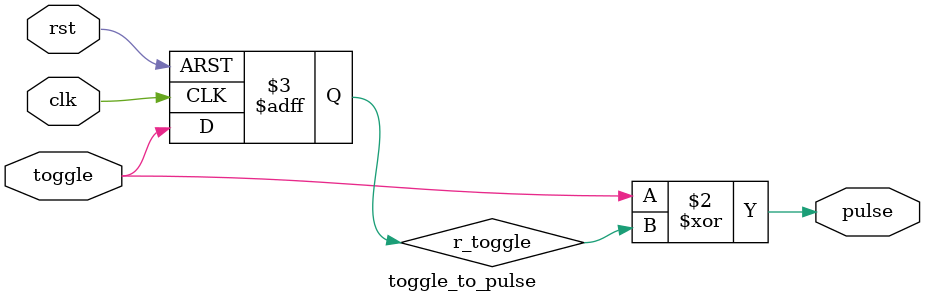
<source format=v>
module toggle_to_pulse
(
    input  clk,
    input  rst,
    input  toggle,
    output pulse
);

    reg r_toggle;

    always @ (posedge clk or posedge rst)
        if (rst)
            r_toggle <= 0;
        else
            r_toggle <= toggle;

    assign pulse = toggle ^ r_toggle;

endmodule

</source>
